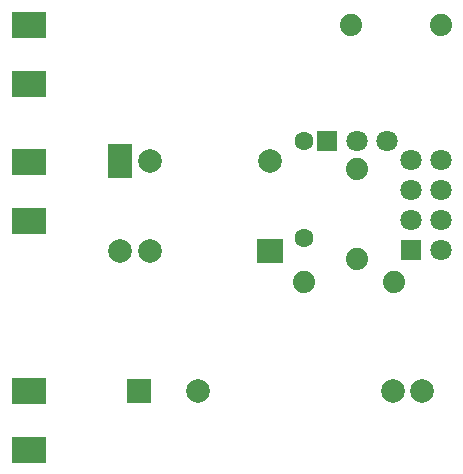
<source format=gtl>
G04 Layer: TopLayer*
G04 EasyEDA v6.5.34, 2023-10-19 08:42:31*
G04 e3f5e68dd2074443958a13ea81cc3fb2,08f173712dbc44b08fd2a75eaeabdc68,10*
G04 Gerber Generator version 0.2*
G04 Scale: 100 percent, Rotated: No, Reflected: No *
G04 Dimensions in millimeters *
G04 leading zeros omitted , absolute positions ,4 integer and 5 decimal *
%FSLAX45Y45*%
%MOMM*%

%ADD10C,1.8796*%
%ADD11R,3.0000X2.2000*%
%ADD12C,1.6000*%
%ADD13C,2.0000*%
%ADD14R,2.0000X3.0000*%
%ADD15R,2.3000X2.0000*%
%ADD16R,1.8000X1.8000*%
%ADD17C,1.8000*%
%ADD18R,2.0000X2.0000*%

%LPD*%
D10*
G01*
X3940987Y3959987D03*
G01*
X3178987Y3959987D03*
D11*
G01*
X450011Y3959987D03*
G01*
X450011Y3459987D03*
D12*
G01*
X2780004Y2969996D03*
G01*
X2780004Y2149982D03*
D13*
G01*
X2494991Y2800985D03*
G01*
X1478991Y2800985D03*
D14*
G01*
X1224991Y2800985D03*
D13*
G01*
X1224991Y2038985D03*
G01*
X1478991Y2038985D03*
D15*
G01*
X2494991Y2038985D03*
D16*
G01*
X2975990Y2969996D03*
D17*
G01*
X3229990Y2969996D03*
G01*
X3483990Y2969996D03*
D10*
G01*
X3229990Y2740990D03*
G01*
X3229990Y1978990D03*
G01*
X2778988Y1780006D03*
G01*
X3540988Y1780006D03*
D11*
G01*
X450011Y2799994D03*
G01*
X450011Y2299995D03*
G01*
X450011Y859993D03*
G01*
X450011Y359994D03*
D17*
G01*
X3937000Y2810992D03*
G01*
X3937000Y2556992D03*
G01*
X3937000Y2302992D03*
G01*
X3937000Y2048992D03*
G01*
X3683000Y2810992D03*
G01*
X3683000Y2556992D03*
G01*
X3683000Y2302992D03*
D16*
G01*
X3683000Y2048992D03*
D13*
G01*
X3780002Y859993D03*
G01*
X3530015Y859993D03*
G01*
X1880006Y859993D03*
D18*
G01*
X1380007Y859993D03*
M02*

</source>
